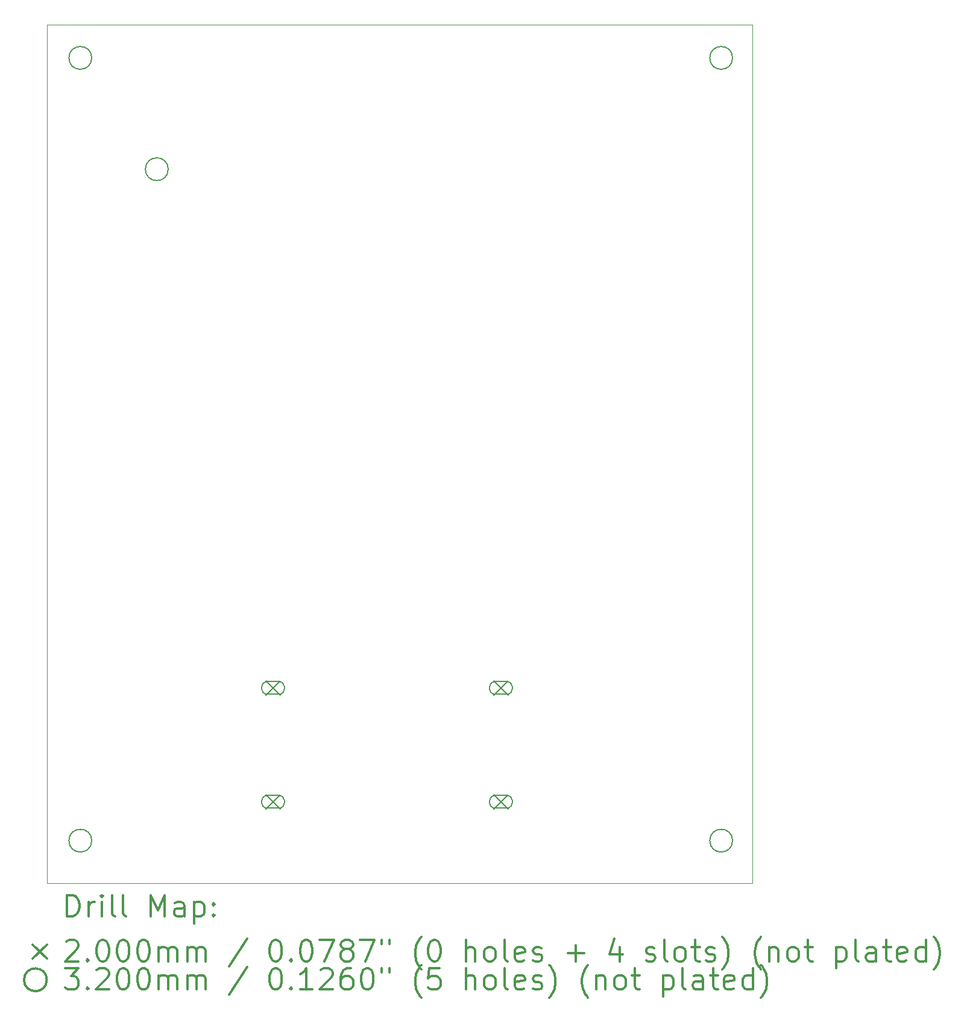
<source format=gbr>
%FSLAX45Y45*%
G04 Gerber Fmt 4.5, Leading zero omitted, Abs format (unit mm)*
G04 Created by KiCad (PCBNEW 5.1.12-84ad8e8a86~92~ubuntu20.04.1) date 2021-11-20 17:30:18*
%MOMM*%
%LPD*%
G01*
G04 APERTURE LIST*
%TA.AperFunction,Profile*%
%ADD10C,0.050000*%
%TD*%
%ADD11C,0.200000*%
%ADD12C,0.300000*%
G04 APERTURE END LIST*
D10*
X2032000Y-2032000D02*
X2032000Y-14097000D01*
X11938000Y-2032000D02*
X2032000Y-2032000D01*
X11938000Y-14097000D02*
X11938000Y-2032000D01*
X2032000Y-14097000D02*
X11938000Y-14097000D01*
D11*
X5107000Y-11254000D02*
X5307000Y-11454000D01*
X5307000Y-11254000D02*
X5107000Y-11454000D01*
X5132000Y-11444000D02*
X5282000Y-11444000D01*
X5132000Y-11264000D02*
X5282000Y-11264000D01*
X5282000Y-11444000D02*
G75*
G03*
X5282000Y-11264000I0J90000D01*
G01*
X5132000Y-11264000D02*
G75*
G03*
X5132000Y-11444000I0J-90000D01*
G01*
X5107000Y-12854000D02*
X5307000Y-13054000D01*
X5307000Y-12854000D02*
X5107000Y-13054000D01*
X5132000Y-13044000D02*
X5282000Y-13044000D01*
X5132000Y-12864000D02*
X5282000Y-12864000D01*
X5282000Y-13044000D02*
G75*
G03*
X5282000Y-12864000I0J90000D01*
G01*
X5132000Y-12864000D02*
G75*
G03*
X5132000Y-13044000I0J-90000D01*
G01*
X8307000Y-11254000D02*
X8507000Y-11454000D01*
X8507000Y-11254000D02*
X8307000Y-11454000D01*
X8332000Y-11444000D02*
X8482000Y-11444000D01*
X8332000Y-11264000D02*
X8482000Y-11264000D01*
X8482000Y-11444000D02*
G75*
G03*
X8482000Y-11264000I0J90000D01*
G01*
X8332000Y-11264000D02*
G75*
G03*
X8332000Y-11444000I0J-90000D01*
G01*
X8307000Y-12854000D02*
X8507000Y-13054000D01*
X8507000Y-12854000D02*
X8307000Y-13054000D01*
X8332000Y-13044000D02*
X8482000Y-13044000D01*
X8332000Y-12864000D02*
X8482000Y-12864000D01*
X8482000Y-13044000D02*
G75*
G03*
X8482000Y-12864000I0J90000D01*
G01*
X8332000Y-12864000D02*
G75*
G03*
X8332000Y-13044000I0J-90000D01*
G01*
X2660000Y-2500000D02*
G75*
G03*
X2660000Y-2500000I-160000J0D01*
G01*
X2660000Y-13500000D02*
G75*
G03*
X2660000Y-13500000I-160000J0D01*
G01*
X3734000Y-4064000D02*
G75*
G03*
X3734000Y-4064000I-160000J0D01*
G01*
X11660000Y-2500000D02*
G75*
G03*
X11660000Y-2500000I-160000J0D01*
G01*
X11660000Y-13500000D02*
G75*
G03*
X11660000Y-13500000I-160000J0D01*
G01*
D12*
X2315928Y-14565214D02*
X2315928Y-14265214D01*
X2387357Y-14265214D01*
X2430214Y-14279500D01*
X2458786Y-14308071D01*
X2473071Y-14336643D01*
X2487357Y-14393786D01*
X2487357Y-14436643D01*
X2473071Y-14493786D01*
X2458786Y-14522357D01*
X2430214Y-14550929D01*
X2387357Y-14565214D01*
X2315928Y-14565214D01*
X2615928Y-14565214D02*
X2615928Y-14365214D01*
X2615928Y-14422357D02*
X2630214Y-14393786D01*
X2644500Y-14379500D01*
X2673071Y-14365214D01*
X2701643Y-14365214D01*
X2801643Y-14565214D02*
X2801643Y-14365214D01*
X2801643Y-14265214D02*
X2787357Y-14279500D01*
X2801643Y-14293786D01*
X2815928Y-14279500D01*
X2801643Y-14265214D01*
X2801643Y-14293786D01*
X2987357Y-14565214D02*
X2958786Y-14550929D01*
X2944500Y-14522357D01*
X2944500Y-14265214D01*
X3144500Y-14565214D02*
X3115928Y-14550929D01*
X3101643Y-14522357D01*
X3101643Y-14265214D01*
X3487357Y-14565214D02*
X3487357Y-14265214D01*
X3587357Y-14479500D01*
X3687357Y-14265214D01*
X3687357Y-14565214D01*
X3958786Y-14565214D02*
X3958786Y-14408071D01*
X3944500Y-14379500D01*
X3915928Y-14365214D01*
X3858786Y-14365214D01*
X3830214Y-14379500D01*
X3958786Y-14550929D02*
X3930214Y-14565214D01*
X3858786Y-14565214D01*
X3830214Y-14550929D01*
X3815928Y-14522357D01*
X3815928Y-14493786D01*
X3830214Y-14465214D01*
X3858786Y-14450929D01*
X3930214Y-14450929D01*
X3958786Y-14436643D01*
X4101643Y-14365214D02*
X4101643Y-14665214D01*
X4101643Y-14379500D02*
X4130214Y-14365214D01*
X4187357Y-14365214D01*
X4215928Y-14379500D01*
X4230214Y-14393786D01*
X4244500Y-14422357D01*
X4244500Y-14508071D01*
X4230214Y-14536643D01*
X4215928Y-14550929D01*
X4187357Y-14565214D01*
X4130214Y-14565214D01*
X4101643Y-14550929D01*
X4373071Y-14536643D02*
X4387357Y-14550929D01*
X4373071Y-14565214D01*
X4358786Y-14550929D01*
X4373071Y-14536643D01*
X4373071Y-14565214D01*
X4373071Y-14379500D02*
X4387357Y-14393786D01*
X4373071Y-14408071D01*
X4358786Y-14393786D01*
X4373071Y-14379500D01*
X4373071Y-14408071D01*
X1829500Y-14959500D02*
X2029500Y-15159500D01*
X2029500Y-14959500D02*
X1829500Y-15159500D01*
X2301643Y-14923786D02*
X2315928Y-14909500D01*
X2344500Y-14895214D01*
X2415928Y-14895214D01*
X2444500Y-14909500D01*
X2458786Y-14923786D01*
X2473071Y-14952357D01*
X2473071Y-14980929D01*
X2458786Y-15023786D01*
X2287357Y-15195214D01*
X2473071Y-15195214D01*
X2601643Y-15166643D02*
X2615928Y-15180929D01*
X2601643Y-15195214D01*
X2587357Y-15180929D01*
X2601643Y-15166643D01*
X2601643Y-15195214D01*
X2801643Y-14895214D02*
X2830214Y-14895214D01*
X2858786Y-14909500D01*
X2873071Y-14923786D01*
X2887357Y-14952357D01*
X2901643Y-15009500D01*
X2901643Y-15080929D01*
X2887357Y-15138071D01*
X2873071Y-15166643D01*
X2858786Y-15180929D01*
X2830214Y-15195214D01*
X2801643Y-15195214D01*
X2773071Y-15180929D01*
X2758786Y-15166643D01*
X2744500Y-15138071D01*
X2730214Y-15080929D01*
X2730214Y-15009500D01*
X2744500Y-14952357D01*
X2758786Y-14923786D01*
X2773071Y-14909500D01*
X2801643Y-14895214D01*
X3087357Y-14895214D02*
X3115928Y-14895214D01*
X3144500Y-14909500D01*
X3158786Y-14923786D01*
X3173071Y-14952357D01*
X3187357Y-15009500D01*
X3187357Y-15080929D01*
X3173071Y-15138071D01*
X3158786Y-15166643D01*
X3144500Y-15180929D01*
X3115928Y-15195214D01*
X3087357Y-15195214D01*
X3058786Y-15180929D01*
X3044500Y-15166643D01*
X3030214Y-15138071D01*
X3015928Y-15080929D01*
X3015928Y-15009500D01*
X3030214Y-14952357D01*
X3044500Y-14923786D01*
X3058786Y-14909500D01*
X3087357Y-14895214D01*
X3373071Y-14895214D02*
X3401643Y-14895214D01*
X3430214Y-14909500D01*
X3444500Y-14923786D01*
X3458786Y-14952357D01*
X3473071Y-15009500D01*
X3473071Y-15080929D01*
X3458786Y-15138071D01*
X3444500Y-15166643D01*
X3430214Y-15180929D01*
X3401643Y-15195214D01*
X3373071Y-15195214D01*
X3344500Y-15180929D01*
X3330214Y-15166643D01*
X3315928Y-15138071D01*
X3301643Y-15080929D01*
X3301643Y-15009500D01*
X3315928Y-14952357D01*
X3330214Y-14923786D01*
X3344500Y-14909500D01*
X3373071Y-14895214D01*
X3601643Y-15195214D02*
X3601643Y-14995214D01*
X3601643Y-15023786D02*
X3615928Y-15009500D01*
X3644500Y-14995214D01*
X3687357Y-14995214D01*
X3715928Y-15009500D01*
X3730214Y-15038071D01*
X3730214Y-15195214D01*
X3730214Y-15038071D02*
X3744500Y-15009500D01*
X3773071Y-14995214D01*
X3815928Y-14995214D01*
X3844500Y-15009500D01*
X3858786Y-15038071D01*
X3858786Y-15195214D01*
X4001643Y-15195214D02*
X4001643Y-14995214D01*
X4001643Y-15023786D02*
X4015928Y-15009500D01*
X4044500Y-14995214D01*
X4087357Y-14995214D01*
X4115928Y-15009500D01*
X4130214Y-15038071D01*
X4130214Y-15195214D01*
X4130214Y-15038071D02*
X4144500Y-15009500D01*
X4173071Y-14995214D01*
X4215928Y-14995214D01*
X4244500Y-15009500D01*
X4258786Y-15038071D01*
X4258786Y-15195214D01*
X4844500Y-14880929D02*
X4587357Y-15266643D01*
X5230214Y-14895214D02*
X5258786Y-14895214D01*
X5287357Y-14909500D01*
X5301643Y-14923786D01*
X5315928Y-14952357D01*
X5330214Y-15009500D01*
X5330214Y-15080929D01*
X5315928Y-15138071D01*
X5301643Y-15166643D01*
X5287357Y-15180929D01*
X5258786Y-15195214D01*
X5230214Y-15195214D01*
X5201643Y-15180929D01*
X5187357Y-15166643D01*
X5173071Y-15138071D01*
X5158786Y-15080929D01*
X5158786Y-15009500D01*
X5173071Y-14952357D01*
X5187357Y-14923786D01*
X5201643Y-14909500D01*
X5230214Y-14895214D01*
X5458786Y-15166643D02*
X5473071Y-15180929D01*
X5458786Y-15195214D01*
X5444500Y-15180929D01*
X5458786Y-15166643D01*
X5458786Y-15195214D01*
X5658786Y-14895214D02*
X5687357Y-14895214D01*
X5715928Y-14909500D01*
X5730214Y-14923786D01*
X5744500Y-14952357D01*
X5758786Y-15009500D01*
X5758786Y-15080929D01*
X5744500Y-15138071D01*
X5730214Y-15166643D01*
X5715928Y-15180929D01*
X5687357Y-15195214D01*
X5658786Y-15195214D01*
X5630214Y-15180929D01*
X5615928Y-15166643D01*
X5601643Y-15138071D01*
X5587357Y-15080929D01*
X5587357Y-15009500D01*
X5601643Y-14952357D01*
X5615928Y-14923786D01*
X5630214Y-14909500D01*
X5658786Y-14895214D01*
X5858786Y-14895214D02*
X6058786Y-14895214D01*
X5930214Y-15195214D01*
X6215928Y-15023786D02*
X6187357Y-15009500D01*
X6173071Y-14995214D01*
X6158786Y-14966643D01*
X6158786Y-14952357D01*
X6173071Y-14923786D01*
X6187357Y-14909500D01*
X6215928Y-14895214D01*
X6273071Y-14895214D01*
X6301643Y-14909500D01*
X6315928Y-14923786D01*
X6330214Y-14952357D01*
X6330214Y-14966643D01*
X6315928Y-14995214D01*
X6301643Y-15009500D01*
X6273071Y-15023786D01*
X6215928Y-15023786D01*
X6187357Y-15038071D01*
X6173071Y-15052357D01*
X6158786Y-15080929D01*
X6158786Y-15138071D01*
X6173071Y-15166643D01*
X6187357Y-15180929D01*
X6215928Y-15195214D01*
X6273071Y-15195214D01*
X6301643Y-15180929D01*
X6315928Y-15166643D01*
X6330214Y-15138071D01*
X6330214Y-15080929D01*
X6315928Y-15052357D01*
X6301643Y-15038071D01*
X6273071Y-15023786D01*
X6430214Y-14895214D02*
X6630214Y-14895214D01*
X6501643Y-15195214D01*
X6730214Y-14895214D02*
X6730214Y-14952357D01*
X6844500Y-14895214D02*
X6844500Y-14952357D01*
X7287357Y-15309500D02*
X7273071Y-15295214D01*
X7244500Y-15252357D01*
X7230214Y-15223786D01*
X7215928Y-15180929D01*
X7201643Y-15109500D01*
X7201643Y-15052357D01*
X7215928Y-14980929D01*
X7230214Y-14938071D01*
X7244500Y-14909500D01*
X7273071Y-14866643D01*
X7287357Y-14852357D01*
X7458786Y-14895214D02*
X7487357Y-14895214D01*
X7515928Y-14909500D01*
X7530214Y-14923786D01*
X7544500Y-14952357D01*
X7558786Y-15009500D01*
X7558786Y-15080929D01*
X7544500Y-15138071D01*
X7530214Y-15166643D01*
X7515928Y-15180929D01*
X7487357Y-15195214D01*
X7458786Y-15195214D01*
X7430214Y-15180929D01*
X7415928Y-15166643D01*
X7401643Y-15138071D01*
X7387357Y-15080929D01*
X7387357Y-15009500D01*
X7401643Y-14952357D01*
X7415928Y-14923786D01*
X7430214Y-14909500D01*
X7458786Y-14895214D01*
X7915928Y-15195214D02*
X7915928Y-14895214D01*
X8044500Y-15195214D02*
X8044500Y-15038071D01*
X8030214Y-15009500D01*
X8001643Y-14995214D01*
X7958786Y-14995214D01*
X7930214Y-15009500D01*
X7915928Y-15023786D01*
X8230214Y-15195214D02*
X8201643Y-15180929D01*
X8187357Y-15166643D01*
X8173071Y-15138071D01*
X8173071Y-15052357D01*
X8187357Y-15023786D01*
X8201643Y-15009500D01*
X8230214Y-14995214D01*
X8273071Y-14995214D01*
X8301643Y-15009500D01*
X8315928Y-15023786D01*
X8330214Y-15052357D01*
X8330214Y-15138071D01*
X8315928Y-15166643D01*
X8301643Y-15180929D01*
X8273071Y-15195214D01*
X8230214Y-15195214D01*
X8501643Y-15195214D02*
X8473071Y-15180929D01*
X8458786Y-15152357D01*
X8458786Y-14895214D01*
X8730214Y-15180929D02*
X8701643Y-15195214D01*
X8644500Y-15195214D01*
X8615928Y-15180929D01*
X8601643Y-15152357D01*
X8601643Y-15038071D01*
X8615928Y-15009500D01*
X8644500Y-14995214D01*
X8701643Y-14995214D01*
X8730214Y-15009500D01*
X8744500Y-15038071D01*
X8744500Y-15066643D01*
X8601643Y-15095214D01*
X8858786Y-15180929D02*
X8887357Y-15195214D01*
X8944500Y-15195214D01*
X8973071Y-15180929D01*
X8987357Y-15152357D01*
X8987357Y-15138071D01*
X8973071Y-15109500D01*
X8944500Y-15095214D01*
X8901643Y-15095214D01*
X8873071Y-15080929D01*
X8858786Y-15052357D01*
X8858786Y-15038071D01*
X8873071Y-15009500D01*
X8901643Y-14995214D01*
X8944500Y-14995214D01*
X8973071Y-15009500D01*
X9344500Y-15080929D02*
X9573071Y-15080929D01*
X9458786Y-15195214D02*
X9458786Y-14966643D01*
X10073071Y-14995214D02*
X10073071Y-15195214D01*
X10001643Y-14880929D02*
X9930214Y-15095214D01*
X10115928Y-15095214D01*
X10444500Y-15180929D02*
X10473071Y-15195214D01*
X10530214Y-15195214D01*
X10558786Y-15180929D01*
X10573071Y-15152357D01*
X10573071Y-15138071D01*
X10558786Y-15109500D01*
X10530214Y-15095214D01*
X10487357Y-15095214D01*
X10458786Y-15080929D01*
X10444500Y-15052357D01*
X10444500Y-15038071D01*
X10458786Y-15009500D01*
X10487357Y-14995214D01*
X10530214Y-14995214D01*
X10558786Y-15009500D01*
X10744500Y-15195214D02*
X10715928Y-15180929D01*
X10701643Y-15152357D01*
X10701643Y-14895214D01*
X10901643Y-15195214D02*
X10873071Y-15180929D01*
X10858786Y-15166643D01*
X10844500Y-15138071D01*
X10844500Y-15052357D01*
X10858786Y-15023786D01*
X10873071Y-15009500D01*
X10901643Y-14995214D01*
X10944500Y-14995214D01*
X10973071Y-15009500D01*
X10987357Y-15023786D01*
X11001643Y-15052357D01*
X11001643Y-15138071D01*
X10987357Y-15166643D01*
X10973071Y-15180929D01*
X10944500Y-15195214D01*
X10901643Y-15195214D01*
X11087357Y-14995214D02*
X11201643Y-14995214D01*
X11130214Y-14895214D02*
X11130214Y-15152357D01*
X11144500Y-15180929D01*
X11173071Y-15195214D01*
X11201643Y-15195214D01*
X11287357Y-15180929D02*
X11315928Y-15195214D01*
X11373071Y-15195214D01*
X11401643Y-15180929D01*
X11415928Y-15152357D01*
X11415928Y-15138071D01*
X11401643Y-15109500D01*
X11373071Y-15095214D01*
X11330214Y-15095214D01*
X11301643Y-15080929D01*
X11287357Y-15052357D01*
X11287357Y-15038071D01*
X11301643Y-15009500D01*
X11330214Y-14995214D01*
X11373071Y-14995214D01*
X11401643Y-15009500D01*
X11515928Y-15309500D02*
X11530214Y-15295214D01*
X11558786Y-15252357D01*
X11573071Y-15223786D01*
X11587357Y-15180929D01*
X11601643Y-15109500D01*
X11601643Y-15052357D01*
X11587357Y-14980929D01*
X11573071Y-14938071D01*
X11558786Y-14909500D01*
X11530214Y-14866643D01*
X11515928Y-14852357D01*
X12058786Y-15309500D02*
X12044500Y-15295214D01*
X12015928Y-15252357D01*
X12001643Y-15223786D01*
X11987357Y-15180929D01*
X11973071Y-15109500D01*
X11973071Y-15052357D01*
X11987357Y-14980929D01*
X12001643Y-14938071D01*
X12015928Y-14909500D01*
X12044500Y-14866643D01*
X12058786Y-14852357D01*
X12173071Y-14995214D02*
X12173071Y-15195214D01*
X12173071Y-15023786D02*
X12187357Y-15009500D01*
X12215928Y-14995214D01*
X12258786Y-14995214D01*
X12287357Y-15009500D01*
X12301643Y-15038071D01*
X12301643Y-15195214D01*
X12487357Y-15195214D02*
X12458786Y-15180929D01*
X12444500Y-15166643D01*
X12430214Y-15138071D01*
X12430214Y-15052357D01*
X12444500Y-15023786D01*
X12458786Y-15009500D01*
X12487357Y-14995214D01*
X12530214Y-14995214D01*
X12558786Y-15009500D01*
X12573071Y-15023786D01*
X12587357Y-15052357D01*
X12587357Y-15138071D01*
X12573071Y-15166643D01*
X12558786Y-15180929D01*
X12530214Y-15195214D01*
X12487357Y-15195214D01*
X12673071Y-14995214D02*
X12787357Y-14995214D01*
X12715928Y-14895214D02*
X12715928Y-15152357D01*
X12730214Y-15180929D01*
X12758786Y-15195214D01*
X12787357Y-15195214D01*
X13115928Y-14995214D02*
X13115928Y-15295214D01*
X13115928Y-15009500D02*
X13144500Y-14995214D01*
X13201643Y-14995214D01*
X13230214Y-15009500D01*
X13244500Y-15023786D01*
X13258786Y-15052357D01*
X13258786Y-15138071D01*
X13244500Y-15166643D01*
X13230214Y-15180929D01*
X13201643Y-15195214D01*
X13144500Y-15195214D01*
X13115928Y-15180929D01*
X13430214Y-15195214D02*
X13401643Y-15180929D01*
X13387357Y-15152357D01*
X13387357Y-14895214D01*
X13673071Y-15195214D02*
X13673071Y-15038071D01*
X13658786Y-15009500D01*
X13630214Y-14995214D01*
X13573071Y-14995214D01*
X13544500Y-15009500D01*
X13673071Y-15180929D02*
X13644500Y-15195214D01*
X13573071Y-15195214D01*
X13544500Y-15180929D01*
X13530214Y-15152357D01*
X13530214Y-15123786D01*
X13544500Y-15095214D01*
X13573071Y-15080929D01*
X13644500Y-15080929D01*
X13673071Y-15066643D01*
X13773071Y-14995214D02*
X13887357Y-14995214D01*
X13815928Y-14895214D02*
X13815928Y-15152357D01*
X13830214Y-15180929D01*
X13858786Y-15195214D01*
X13887357Y-15195214D01*
X14101643Y-15180929D02*
X14073071Y-15195214D01*
X14015928Y-15195214D01*
X13987357Y-15180929D01*
X13973071Y-15152357D01*
X13973071Y-15038071D01*
X13987357Y-15009500D01*
X14015928Y-14995214D01*
X14073071Y-14995214D01*
X14101643Y-15009500D01*
X14115928Y-15038071D01*
X14115928Y-15066643D01*
X13973071Y-15095214D01*
X14373071Y-15195214D02*
X14373071Y-14895214D01*
X14373071Y-15180929D02*
X14344500Y-15195214D01*
X14287357Y-15195214D01*
X14258786Y-15180929D01*
X14244500Y-15166643D01*
X14230214Y-15138071D01*
X14230214Y-15052357D01*
X14244500Y-15023786D01*
X14258786Y-15009500D01*
X14287357Y-14995214D01*
X14344500Y-14995214D01*
X14373071Y-15009500D01*
X14487357Y-15309500D02*
X14501643Y-15295214D01*
X14530214Y-15252357D01*
X14544500Y-15223786D01*
X14558786Y-15180929D01*
X14573071Y-15109500D01*
X14573071Y-15052357D01*
X14558786Y-14980929D01*
X14544500Y-14938071D01*
X14530214Y-14909500D01*
X14501643Y-14866643D01*
X14487357Y-14852357D01*
X2029500Y-15455500D02*
G75*
G03*
X2029500Y-15455500I-160000J0D01*
G01*
X2287357Y-15291214D02*
X2473071Y-15291214D01*
X2373071Y-15405500D01*
X2415928Y-15405500D01*
X2444500Y-15419786D01*
X2458786Y-15434071D01*
X2473071Y-15462643D01*
X2473071Y-15534071D01*
X2458786Y-15562643D01*
X2444500Y-15576929D01*
X2415928Y-15591214D01*
X2330214Y-15591214D01*
X2301643Y-15576929D01*
X2287357Y-15562643D01*
X2601643Y-15562643D02*
X2615928Y-15576929D01*
X2601643Y-15591214D01*
X2587357Y-15576929D01*
X2601643Y-15562643D01*
X2601643Y-15591214D01*
X2730214Y-15319786D02*
X2744500Y-15305500D01*
X2773071Y-15291214D01*
X2844500Y-15291214D01*
X2873071Y-15305500D01*
X2887357Y-15319786D01*
X2901643Y-15348357D01*
X2901643Y-15376929D01*
X2887357Y-15419786D01*
X2715928Y-15591214D01*
X2901643Y-15591214D01*
X3087357Y-15291214D02*
X3115928Y-15291214D01*
X3144500Y-15305500D01*
X3158786Y-15319786D01*
X3173071Y-15348357D01*
X3187357Y-15405500D01*
X3187357Y-15476929D01*
X3173071Y-15534071D01*
X3158786Y-15562643D01*
X3144500Y-15576929D01*
X3115928Y-15591214D01*
X3087357Y-15591214D01*
X3058786Y-15576929D01*
X3044500Y-15562643D01*
X3030214Y-15534071D01*
X3015928Y-15476929D01*
X3015928Y-15405500D01*
X3030214Y-15348357D01*
X3044500Y-15319786D01*
X3058786Y-15305500D01*
X3087357Y-15291214D01*
X3373071Y-15291214D02*
X3401643Y-15291214D01*
X3430214Y-15305500D01*
X3444500Y-15319786D01*
X3458786Y-15348357D01*
X3473071Y-15405500D01*
X3473071Y-15476929D01*
X3458786Y-15534071D01*
X3444500Y-15562643D01*
X3430214Y-15576929D01*
X3401643Y-15591214D01*
X3373071Y-15591214D01*
X3344500Y-15576929D01*
X3330214Y-15562643D01*
X3315928Y-15534071D01*
X3301643Y-15476929D01*
X3301643Y-15405500D01*
X3315928Y-15348357D01*
X3330214Y-15319786D01*
X3344500Y-15305500D01*
X3373071Y-15291214D01*
X3601643Y-15591214D02*
X3601643Y-15391214D01*
X3601643Y-15419786D02*
X3615928Y-15405500D01*
X3644500Y-15391214D01*
X3687357Y-15391214D01*
X3715928Y-15405500D01*
X3730214Y-15434071D01*
X3730214Y-15591214D01*
X3730214Y-15434071D02*
X3744500Y-15405500D01*
X3773071Y-15391214D01*
X3815928Y-15391214D01*
X3844500Y-15405500D01*
X3858786Y-15434071D01*
X3858786Y-15591214D01*
X4001643Y-15591214D02*
X4001643Y-15391214D01*
X4001643Y-15419786D02*
X4015928Y-15405500D01*
X4044500Y-15391214D01*
X4087357Y-15391214D01*
X4115928Y-15405500D01*
X4130214Y-15434071D01*
X4130214Y-15591214D01*
X4130214Y-15434071D02*
X4144500Y-15405500D01*
X4173071Y-15391214D01*
X4215928Y-15391214D01*
X4244500Y-15405500D01*
X4258786Y-15434071D01*
X4258786Y-15591214D01*
X4844500Y-15276929D02*
X4587357Y-15662643D01*
X5230214Y-15291214D02*
X5258786Y-15291214D01*
X5287357Y-15305500D01*
X5301643Y-15319786D01*
X5315928Y-15348357D01*
X5330214Y-15405500D01*
X5330214Y-15476929D01*
X5315928Y-15534071D01*
X5301643Y-15562643D01*
X5287357Y-15576929D01*
X5258786Y-15591214D01*
X5230214Y-15591214D01*
X5201643Y-15576929D01*
X5187357Y-15562643D01*
X5173071Y-15534071D01*
X5158786Y-15476929D01*
X5158786Y-15405500D01*
X5173071Y-15348357D01*
X5187357Y-15319786D01*
X5201643Y-15305500D01*
X5230214Y-15291214D01*
X5458786Y-15562643D02*
X5473071Y-15576929D01*
X5458786Y-15591214D01*
X5444500Y-15576929D01*
X5458786Y-15562643D01*
X5458786Y-15591214D01*
X5758786Y-15591214D02*
X5587357Y-15591214D01*
X5673071Y-15591214D02*
X5673071Y-15291214D01*
X5644500Y-15334071D01*
X5615928Y-15362643D01*
X5587357Y-15376929D01*
X5873071Y-15319786D02*
X5887357Y-15305500D01*
X5915928Y-15291214D01*
X5987357Y-15291214D01*
X6015928Y-15305500D01*
X6030214Y-15319786D01*
X6044500Y-15348357D01*
X6044500Y-15376929D01*
X6030214Y-15419786D01*
X5858786Y-15591214D01*
X6044500Y-15591214D01*
X6301643Y-15291214D02*
X6244500Y-15291214D01*
X6215928Y-15305500D01*
X6201643Y-15319786D01*
X6173071Y-15362643D01*
X6158786Y-15419786D01*
X6158786Y-15534071D01*
X6173071Y-15562643D01*
X6187357Y-15576929D01*
X6215928Y-15591214D01*
X6273071Y-15591214D01*
X6301643Y-15576929D01*
X6315928Y-15562643D01*
X6330214Y-15534071D01*
X6330214Y-15462643D01*
X6315928Y-15434071D01*
X6301643Y-15419786D01*
X6273071Y-15405500D01*
X6215928Y-15405500D01*
X6187357Y-15419786D01*
X6173071Y-15434071D01*
X6158786Y-15462643D01*
X6515928Y-15291214D02*
X6544500Y-15291214D01*
X6573071Y-15305500D01*
X6587357Y-15319786D01*
X6601643Y-15348357D01*
X6615928Y-15405500D01*
X6615928Y-15476929D01*
X6601643Y-15534071D01*
X6587357Y-15562643D01*
X6573071Y-15576929D01*
X6544500Y-15591214D01*
X6515928Y-15591214D01*
X6487357Y-15576929D01*
X6473071Y-15562643D01*
X6458786Y-15534071D01*
X6444500Y-15476929D01*
X6444500Y-15405500D01*
X6458786Y-15348357D01*
X6473071Y-15319786D01*
X6487357Y-15305500D01*
X6515928Y-15291214D01*
X6730214Y-15291214D02*
X6730214Y-15348357D01*
X6844500Y-15291214D02*
X6844500Y-15348357D01*
X7287357Y-15705500D02*
X7273071Y-15691214D01*
X7244500Y-15648357D01*
X7230214Y-15619786D01*
X7215928Y-15576929D01*
X7201643Y-15505500D01*
X7201643Y-15448357D01*
X7215928Y-15376929D01*
X7230214Y-15334071D01*
X7244500Y-15305500D01*
X7273071Y-15262643D01*
X7287357Y-15248357D01*
X7544500Y-15291214D02*
X7401643Y-15291214D01*
X7387357Y-15434071D01*
X7401643Y-15419786D01*
X7430214Y-15405500D01*
X7501643Y-15405500D01*
X7530214Y-15419786D01*
X7544500Y-15434071D01*
X7558786Y-15462643D01*
X7558786Y-15534071D01*
X7544500Y-15562643D01*
X7530214Y-15576929D01*
X7501643Y-15591214D01*
X7430214Y-15591214D01*
X7401643Y-15576929D01*
X7387357Y-15562643D01*
X7915928Y-15591214D02*
X7915928Y-15291214D01*
X8044500Y-15591214D02*
X8044500Y-15434071D01*
X8030214Y-15405500D01*
X8001643Y-15391214D01*
X7958786Y-15391214D01*
X7930214Y-15405500D01*
X7915928Y-15419786D01*
X8230214Y-15591214D02*
X8201643Y-15576929D01*
X8187357Y-15562643D01*
X8173071Y-15534071D01*
X8173071Y-15448357D01*
X8187357Y-15419786D01*
X8201643Y-15405500D01*
X8230214Y-15391214D01*
X8273071Y-15391214D01*
X8301643Y-15405500D01*
X8315928Y-15419786D01*
X8330214Y-15448357D01*
X8330214Y-15534071D01*
X8315928Y-15562643D01*
X8301643Y-15576929D01*
X8273071Y-15591214D01*
X8230214Y-15591214D01*
X8501643Y-15591214D02*
X8473071Y-15576929D01*
X8458786Y-15548357D01*
X8458786Y-15291214D01*
X8730214Y-15576929D02*
X8701643Y-15591214D01*
X8644500Y-15591214D01*
X8615928Y-15576929D01*
X8601643Y-15548357D01*
X8601643Y-15434071D01*
X8615928Y-15405500D01*
X8644500Y-15391214D01*
X8701643Y-15391214D01*
X8730214Y-15405500D01*
X8744500Y-15434071D01*
X8744500Y-15462643D01*
X8601643Y-15491214D01*
X8858786Y-15576929D02*
X8887357Y-15591214D01*
X8944500Y-15591214D01*
X8973071Y-15576929D01*
X8987357Y-15548357D01*
X8987357Y-15534071D01*
X8973071Y-15505500D01*
X8944500Y-15491214D01*
X8901643Y-15491214D01*
X8873071Y-15476929D01*
X8858786Y-15448357D01*
X8858786Y-15434071D01*
X8873071Y-15405500D01*
X8901643Y-15391214D01*
X8944500Y-15391214D01*
X8973071Y-15405500D01*
X9087357Y-15705500D02*
X9101643Y-15691214D01*
X9130214Y-15648357D01*
X9144500Y-15619786D01*
X9158786Y-15576929D01*
X9173071Y-15505500D01*
X9173071Y-15448357D01*
X9158786Y-15376929D01*
X9144500Y-15334071D01*
X9130214Y-15305500D01*
X9101643Y-15262643D01*
X9087357Y-15248357D01*
X9630214Y-15705500D02*
X9615928Y-15691214D01*
X9587357Y-15648357D01*
X9573071Y-15619786D01*
X9558786Y-15576929D01*
X9544500Y-15505500D01*
X9544500Y-15448357D01*
X9558786Y-15376929D01*
X9573071Y-15334071D01*
X9587357Y-15305500D01*
X9615928Y-15262643D01*
X9630214Y-15248357D01*
X9744500Y-15391214D02*
X9744500Y-15591214D01*
X9744500Y-15419786D02*
X9758786Y-15405500D01*
X9787357Y-15391214D01*
X9830214Y-15391214D01*
X9858786Y-15405500D01*
X9873071Y-15434071D01*
X9873071Y-15591214D01*
X10058786Y-15591214D02*
X10030214Y-15576929D01*
X10015928Y-15562643D01*
X10001643Y-15534071D01*
X10001643Y-15448357D01*
X10015928Y-15419786D01*
X10030214Y-15405500D01*
X10058786Y-15391214D01*
X10101643Y-15391214D01*
X10130214Y-15405500D01*
X10144500Y-15419786D01*
X10158786Y-15448357D01*
X10158786Y-15534071D01*
X10144500Y-15562643D01*
X10130214Y-15576929D01*
X10101643Y-15591214D01*
X10058786Y-15591214D01*
X10244500Y-15391214D02*
X10358786Y-15391214D01*
X10287357Y-15291214D02*
X10287357Y-15548357D01*
X10301643Y-15576929D01*
X10330214Y-15591214D01*
X10358786Y-15591214D01*
X10687357Y-15391214D02*
X10687357Y-15691214D01*
X10687357Y-15405500D02*
X10715928Y-15391214D01*
X10773071Y-15391214D01*
X10801643Y-15405500D01*
X10815928Y-15419786D01*
X10830214Y-15448357D01*
X10830214Y-15534071D01*
X10815928Y-15562643D01*
X10801643Y-15576929D01*
X10773071Y-15591214D01*
X10715928Y-15591214D01*
X10687357Y-15576929D01*
X11001643Y-15591214D02*
X10973071Y-15576929D01*
X10958786Y-15548357D01*
X10958786Y-15291214D01*
X11244500Y-15591214D02*
X11244500Y-15434071D01*
X11230214Y-15405500D01*
X11201643Y-15391214D01*
X11144500Y-15391214D01*
X11115928Y-15405500D01*
X11244500Y-15576929D02*
X11215928Y-15591214D01*
X11144500Y-15591214D01*
X11115928Y-15576929D01*
X11101643Y-15548357D01*
X11101643Y-15519786D01*
X11115928Y-15491214D01*
X11144500Y-15476929D01*
X11215928Y-15476929D01*
X11244500Y-15462643D01*
X11344500Y-15391214D02*
X11458786Y-15391214D01*
X11387357Y-15291214D02*
X11387357Y-15548357D01*
X11401643Y-15576929D01*
X11430214Y-15591214D01*
X11458786Y-15591214D01*
X11673071Y-15576929D02*
X11644500Y-15591214D01*
X11587357Y-15591214D01*
X11558786Y-15576929D01*
X11544500Y-15548357D01*
X11544500Y-15434071D01*
X11558786Y-15405500D01*
X11587357Y-15391214D01*
X11644500Y-15391214D01*
X11673071Y-15405500D01*
X11687357Y-15434071D01*
X11687357Y-15462643D01*
X11544500Y-15491214D01*
X11944500Y-15591214D02*
X11944500Y-15291214D01*
X11944500Y-15576929D02*
X11915928Y-15591214D01*
X11858786Y-15591214D01*
X11830214Y-15576929D01*
X11815928Y-15562643D01*
X11801643Y-15534071D01*
X11801643Y-15448357D01*
X11815928Y-15419786D01*
X11830214Y-15405500D01*
X11858786Y-15391214D01*
X11915928Y-15391214D01*
X11944500Y-15405500D01*
X12058786Y-15705500D02*
X12073071Y-15691214D01*
X12101643Y-15648357D01*
X12115928Y-15619786D01*
X12130214Y-15576929D01*
X12144500Y-15505500D01*
X12144500Y-15448357D01*
X12130214Y-15376929D01*
X12115928Y-15334071D01*
X12101643Y-15305500D01*
X12073071Y-15262643D01*
X12058786Y-15248357D01*
M02*

</source>
